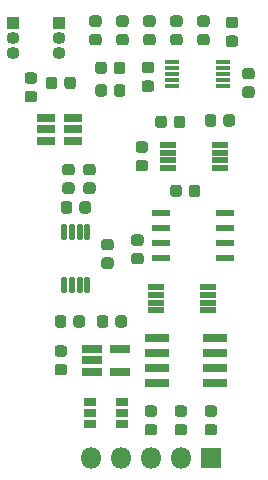
<source format=gbr>
%TF.GenerationSoftware,KiCad,Pcbnew,(5.1.6)-1*%
%TF.CreationDate,2021-06-22T07:45:44-05:00*%
%TF.ProjectId,Sapphire_AnalogMic,53617070-6869-4726-955f-416e616c6f67,rev?*%
%TF.SameCoordinates,Original*%
%TF.FileFunction,Soldermask,Top*%
%TF.FilePolarity,Negative*%
%FSLAX46Y46*%
G04 Gerber Fmt 4.6, Leading zero omitted, Abs format (unit mm)*
G04 Created by KiCad (PCBNEW (5.1.6)-1) date 2021-06-22 07:45:44*
%MOMM*%
%LPD*%
G01*
G04 APERTURE LIST*
%ADD10O,0.549999X1.450000*%
%ADD11R,1.100001X0.699999*%
%ADD12R,2.081200X0.658800*%
%ADD13O,1.100000X1.100000*%
%ADD14R,1.100000X1.100000*%
%ADD15R,1.420800X0.506400*%
%ADD16R,1.560500X0.633400*%
%ADD17R,1.573200X0.658800*%
%ADD18R,1.200000X0.350000*%
%ADD19O,1.800000X1.800000*%
%ADD20R,1.800000X1.800000*%
%ADD21R,1.674800X0.658800*%
G04 APERTURE END LIST*
D10*
%TO.C,U102*%
X117179999Y-117414002D03*
X116529998Y-117414002D03*
X115879999Y-117414002D03*
X115229998Y-117414002D03*
X115229998Y-112964001D03*
X115879999Y-112964001D03*
X116529998Y-112964001D03*
X117179999Y-112964001D03*
%TD*%
%TO.C,C113*%
G36*
G01*
X115216250Y-123525000D02*
X114653750Y-123525000D01*
G75*
G02*
X114410000Y-123281250I0J243750D01*
G01*
X114410000Y-122793750D01*
G75*
G02*
X114653750Y-122550000I243750J0D01*
G01*
X115216250Y-122550000D01*
G75*
G02*
X115460000Y-122793750I0J-243750D01*
G01*
X115460000Y-123281250D01*
G75*
G02*
X115216250Y-123525000I-243750J0D01*
G01*
G37*
G36*
G01*
X115216250Y-125100000D02*
X114653750Y-125100000D01*
G75*
G02*
X114410000Y-124856250I0J243750D01*
G01*
X114410000Y-124368750D01*
G75*
G02*
X114653750Y-124125000I243750J0D01*
G01*
X115216250Y-124125000D01*
G75*
G02*
X115460000Y-124368750I0J-243750D01*
G01*
X115460000Y-124856250D01*
G75*
G02*
X115216250Y-125100000I-243750J0D01*
G01*
G37*
%TD*%
D11*
%TO.C,U109*%
X120119999Y-127319999D03*
X120119999Y-128270000D03*
X120119999Y-129219998D03*
X117369999Y-129219998D03*
X117369999Y-128270000D03*
X117369999Y-127319999D03*
%TD*%
D12*
%TO.C,U108*%
X128003300Y-121920000D03*
X128003300Y-123190000D03*
X128003300Y-124460000D03*
X128003300Y-125730000D03*
X123075700Y-125730000D03*
X123075700Y-124460000D03*
X123075700Y-123190000D03*
X123075700Y-121920000D03*
%TD*%
D13*
%TO.C,J103*%
X110871000Y-97790000D03*
X110871000Y-96520000D03*
D14*
X110871000Y-95250000D03*
%TD*%
D13*
%TO.C,J102*%
X114808000Y-97790000D03*
X114808000Y-96520000D03*
D14*
X114808000Y-95250000D03*
%TD*%
D15*
%TO.C,U101*%
X123012200Y-119593360D03*
X123012200Y-118943120D03*
X123012200Y-118292880D03*
X123012200Y-117642640D03*
X127431800Y-117642640D03*
X127431800Y-118292880D03*
X127431800Y-118943120D03*
X127431800Y-119593360D03*
%TD*%
%TO.C,C105*%
G36*
G01*
X122074250Y-106253000D02*
X121511750Y-106253000D01*
G75*
G02*
X121268000Y-106009250I0J243750D01*
G01*
X121268000Y-105521750D01*
G75*
G02*
X121511750Y-105278000I243750J0D01*
G01*
X122074250Y-105278000D01*
G75*
G02*
X122318000Y-105521750I0J-243750D01*
G01*
X122318000Y-106009250D01*
G75*
G02*
X122074250Y-106253000I-243750J0D01*
G01*
G37*
G36*
G01*
X122074250Y-107828000D02*
X121511750Y-107828000D01*
G75*
G02*
X121268000Y-107584250I0J243750D01*
G01*
X121268000Y-107096750D01*
G75*
G02*
X121511750Y-106853000I243750J0D01*
G01*
X122074250Y-106853000D01*
G75*
G02*
X122318000Y-107096750I0J-243750D01*
G01*
X122318000Y-107584250D01*
G75*
G02*
X122074250Y-107828000I-243750J0D01*
G01*
G37*
%TD*%
D16*
%TO.C,U107*%
X128835150Y-111379000D03*
X128835150Y-112649000D03*
X128835150Y-113919000D03*
X128835150Y-115189000D03*
X123386850Y-115189000D03*
X123386850Y-113919000D03*
X123386850Y-112649000D03*
X123386850Y-111379000D03*
%TD*%
%TO.C,C112*%
G36*
G01*
X121693250Y-114127000D02*
X121130750Y-114127000D01*
G75*
G02*
X120887000Y-113883250I0J243750D01*
G01*
X120887000Y-113395750D01*
G75*
G02*
X121130750Y-113152000I243750J0D01*
G01*
X121693250Y-113152000D01*
G75*
G02*
X121937000Y-113395750I0J-243750D01*
G01*
X121937000Y-113883250D01*
G75*
G02*
X121693250Y-114127000I-243750J0D01*
G01*
G37*
G36*
G01*
X121693250Y-115702000D02*
X121130750Y-115702000D01*
G75*
G02*
X120887000Y-115458250I0J243750D01*
G01*
X120887000Y-114970750D01*
G75*
G02*
X121130750Y-114727000I243750J0D01*
G01*
X121693250Y-114727000D01*
G75*
G02*
X121937000Y-114970750I0J-243750D01*
G01*
X121937000Y-115458250D01*
G75*
G02*
X121693250Y-115702000I-243750J0D01*
G01*
G37*
%TD*%
%TO.C,C110*%
G36*
G01*
X125776000Y-109755250D02*
X125776000Y-109192750D01*
G75*
G02*
X126019750Y-108949000I243750J0D01*
G01*
X126507250Y-108949000D01*
G75*
G02*
X126751000Y-109192750I0J-243750D01*
G01*
X126751000Y-109755250D01*
G75*
G02*
X126507250Y-109999000I-243750J0D01*
G01*
X126019750Y-109999000D01*
G75*
G02*
X125776000Y-109755250I0J243750D01*
G01*
G37*
G36*
G01*
X124201000Y-109755250D02*
X124201000Y-109192750D01*
G75*
G02*
X124444750Y-108949000I243750J0D01*
G01*
X124932250Y-108949000D01*
G75*
G02*
X125176000Y-109192750I0J-243750D01*
G01*
X125176000Y-109755250D01*
G75*
G02*
X124932250Y-109999000I-243750J0D01*
G01*
X124444750Y-109999000D01*
G75*
G02*
X124201000Y-109755250I0J243750D01*
G01*
G37*
%TD*%
D17*
%TO.C,U106*%
X113690400Y-105217001D03*
X113690400Y-104267000D03*
X113690400Y-103316999D03*
X115925600Y-103316999D03*
X115925600Y-104267000D03*
X115925600Y-105217001D03*
%TD*%
%TO.C,R106*%
G36*
G01*
X126718750Y-96185000D02*
X127281250Y-96185000D01*
G75*
G02*
X127525000Y-96428750I0J-243750D01*
G01*
X127525000Y-96916250D01*
G75*
G02*
X127281250Y-97160000I-243750J0D01*
G01*
X126718750Y-97160000D01*
G75*
G02*
X126475000Y-96916250I0J243750D01*
G01*
X126475000Y-96428750D01*
G75*
G02*
X126718750Y-96185000I243750J0D01*
G01*
G37*
G36*
G01*
X126718750Y-94610000D02*
X127281250Y-94610000D01*
G75*
G02*
X127525000Y-94853750I0J-243750D01*
G01*
X127525000Y-95341250D01*
G75*
G02*
X127281250Y-95585000I-243750J0D01*
G01*
X126718750Y-95585000D01*
G75*
G02*
X126475000Y-95341250I0J243750D01*
G01*
X126475000Y-94853750D01*
G75*
G02*
X126718750Y-94610000I243750J0D01*
G01*
G37*
%TD*%
%TO.C,R104*%
G36*
G01*
X122146750Y-96185000D02*
X122709250Y-96185000D01*
G75*
G02*
X122953000Y-96428750I0J-243750D01*
G01*
X122953000Y-96916250D01*
G75*
G02*
X122709250Y-97160000I-243750J0D01*
G01*
X122146750Y-97160000D01*
G75*
G02*
X121903000Y-96916250I0J243750D01*
G01*
X121903000Y-96428750D01*
G75*
G02*
X122146750Y-96185000I243750J0D01*
G01*
G37*
G36*
G01*
X122146750Y-94610000D02*
X122709250Y-94610000D01*
G75*
G02*
X122953000Y-94853750I0J-243750D01*
G01*
X122953000Y-95341250D01*
G75*
G02*
X122709250Y-95585000I-243750J0D01*
G01*
X122146750Y-95585000D01*
G75*
G02*
X121903000Y-95341250I0J243750D01*
G01*
X121903000Y-94853750D01*
G75*
G02*
X122146750Y-94610000I243750J0D01*
G01*
G37*
%TD*%
D18*
%TO.C,U105*%
X128642000Y-98568000D03*
X128642000Y-99068000D03*
X128642000Y-99568000D03*
X128642000Y-100068000D03*
X128642000Y-100568000D03*
X124342000Y-100568000D03*
X124342000Y-100068000D03*
X124342000Y-99568000D03*
X124342000Y-99068000D03*
X124342000Y-98568000D03*
%TD*%
%TO.C,C106*%
G36*
G01*
X115235000Y-100611250D02*
X115235000Y-100048750D01*
G75*
G02*
X115478750Y-99805000I243750J0D01*
G01*
X115966250Y-99805000D01*
G75*
G02*
X116210000Y-100048750I0J-243750D01*
G01*
X116210000Y-100611250D01*
G75*
G02*
X115966250Y-100855000I-243750J0D01*
G01*
X115478750Y-100855000D01*
G75*
G02*
X115235000Y-100611250I0J243750D01*
G01*
G37*
G36*
G01*
X113660000Y-100611250D02*
X113660000Y-100048750D01*
G75*
G02*
X113903750Y-99805000I243750J0D01*
G01*
X114391250Y-99805000D01*
G75*
G02*
X114635000Y-100048750I0J-243750D01*
G01*
X114635000Y-100611250D01*
G75*
G02*
X114391250Y-100855000I-243750J0D01*
G01*
X113903750Y-100855000D01*
G75*
G02*
X113660000Y-100611250I0J243750D01*
G01*
G37*
%TD*%
%TO.C,R115*%
G36*
G01*
X129131750Y-96312000D02*
X129694250Y-96312000D01*
G75*
G02*
X129938000Y-96555750I0J-243750D01*
G01*
X129938000Y-97043250D01*
G75*
G02*
X129694250Y-97287000I-243750J0D01*
G01*
X129131750Y-97287000D01*
G75*
G02*
X128888000Y-97043250I0J243750D01*
G01*
X128888000Y-96555750D01*
G75*
G02*
X129131750Y-96312000I243750J0D01*
G01*
G37*
G36*
G01*
X129131750Y-94737000D02*
X129694250Y-94737000D01*
G75*
G02*
X129938000Y-94980750I0J-243750D01*
G01*
X129938000Y-95468250D01*
G75*
G02*
X129694250Y-95712000I-243750J0D01*
G01*
X129131750Y-95712000D01*
G75*
G02*
X128888000Y-95468250I0J243750D01*
G01*
X128888000Y-94980750D01*
G75*
G02*
X129131750Y-94737000I243750J0D01*
G01*
G37*
%TD*%
%TO.C,R114*%
G36*
G01*
X124432750Y-96185000D02*
X124995250Y-96185000D01*
G75*
G02*
X125239000Y-96428750I0J-243750D01*
G01*
X125239000Y-96916250D01*
G75*
G02*
X124995250Y-97160000I-243750J0D01*
G01*
X124432750Y-97160000D01*
G75*
G02*
X124189000Y-96916250I0J243750D01*
G01*
X124189000Y-96428750D01*
G75*
G02*
X124432750Y-96185000I243750J0D01*
G01*
G37*
G36*
G01*
X124432750Y-94610000D02*
X124995250Y-94610000D01*
G75*
G02*
X125239000Y-94853750I0J-243750D01*
G01*
X125239000Y-95341250D01*
G75*
G02*
X124995250Y-95585000I-243750J0D01*
G01*
X124432750Y-95585000D01*
G75*
G02*
X124189000Y-95341250I0J243750D01*
G01*
X124189000Y-94853750D01*
G75*
G02*
X124432750Y-94610000I243750J0D01*
G01*
G37*
%TD*%
%TO.C,R113*%
G36*
G01*
X119860750Y-96185000D02*
X120423250Y-96185000D01*
G75*
G02*
X120667000Y-96428750I0J-243750D01*
G01*
X120667000Y-96916250D01*
G75*
G02*
X120423250Y-97160000I-243750J0D01*
G01*
X119860750Y-97160000D01*
G75*
G02*
X119617000Y-96916250I0J243750D01*
G01*
X119617000Y-96428750D01*
G75*
G02*
X119860750Y-96185000I243750J0D01*
G01*
G37*
G36*
G01*
X119860750Y-94610000D02*
X120423250Y-94610000D01*
G75*
G02*
X120667000Y-94853750I0J-243750D01*
G01*
X120667000Y-95341250D01*
G75*
G02*
X120423250Y-95585000I-243750J0D01*
G01*
X119860750Y-95585000D01*
G75*
G02*
X119617000Y-95341250I0J243750D01*
G01*
X119617000Y-94853750D01*
G75*
G02*
X119860750Y-94610000I243750J0D01*
G01*
G37*
%TD*%
%TO.C,R112*%
G36*
G01*
X118137250Y-95585000D02*
X117574750Y-95585000D01*
G75*
G02*
X117331000Y-95341250I0J243750D01*
G01*
X117331000Y-94853750D01*
G75*
G02*
X117574750Y-94610000I243750J0D01*
G01*
X118137250Y-94610000D01*
G75*
G02*
X118381000Y-94853750I0J-243750D01*
G01*
X118381000Y-95341250D01*
G75*
G02*
X118137250Y-95585000I-243750J0D01*
G01*
G37*
G36*
G01*
X118137250Y-97160000D02*
X117574750Y-97160000D01*
G75*
G02*
X117331000Y-96916250I0J243750D01*
G01*
X117331000Y-96428750D01*
G75*
G02*
X117574750Y-96185000I243750J0D01*
G01*
X118137250Y-96185000D01*
G75*
G02*
X118381000Y-96428750I0J-243750D01*
G01*
X118381000Y-96916250D01*
G75*
G02*
X118137250Y-97160000I-243750J0D01*
G01*
G37*
%TD*%
%TO.C,R110*%
G36*
G01*
X118826000Y-100683750D02*
X118826000Y-101246250D01*
G75*
G02*
X118582250Y-101490000I-243750J0D01*
G01*
X118094750Y-101490000D01*
G75*
G02*
X117851000Y-101246250I0J243750D01*
G01*
X117851000Y-100683750D01*
G75*
G02*
X118094750Y-100440000I243750J0D01*
G01*
X118582250Y-100440000D01*
G75*
G02*
X118826000Y-100683750I0J-243750D01*
G01*
G37*
G36*
G01*
X120401000Y-100683750D02*
X120401000Y-101246250D01*
G75*
G02*
X120157250Y-101490000I-243750J0D01*
G01*
X119669750Y-101490000D01*
G75*
G02*
X119426000Y-101246250I0J243750D01*
G01*
X119426000Y-100683750D01*
G75*
G02*
X119669750Y-100440000I243750J0D01*
G01*
X120157250Y-100440000D01*
G75*
G02*
X120401000Y-100683750I0J-243750D01*
G01*
G37*
%TD*%
%TO.C,R109*%
G36*
G01*
X118826000Y-98778750D02*
X118826000Y-99341250D01*
G75*
G02*
X118582250Y-99585000I-243750J0D01*
G01*
X118094750Y-99585000D01*
G75*
G02*
X117851000Y-99341250I0J243750D01*
G01*
X117851000Y-98778750D01*
G75*
G02*
X118094750Y-98535000I243750J0D01*
G01*
X118582250Y-98535000D01*
G75*
G02*
X118826000Y-98778750I0J-243750D01*
G01*
G37*
G36*
G01*
X120401000Y-98778750D02*
X120401000Y-99341250D01*
G75*
G02*
X120157250Y-99585000I-243750J0D01*
G01*
X119669750Y-99585000D01*
G75*
G02*
X119426000Y-99341250I0J243750D01*
G01*
X119426000Y-98778750D01*
G75*
G02*
X119669750Y-98535000I243750J0D01*
G01*
X120157250Y-98535000D01*
G75*
G02*
X120401000Y-98778750I0J-243750D01*
G01*
G37*
%TD*%
%TO.C,R105*%
G36*
G01*
X112676250Y-100411000D02*
X112113750Y-100411000D01*
G75*
G02*
X111870000Y-100167250I0J243750D01*
G01*
X111870000Y-99679750D01*
G75*
G02*
X112113750Y-99436000I243750J0D01*
G01*
X112676250Y-99436000D01*
G75*
G02*
X112920000Y-99679750I0J-243750D01*
G01*
X112920000Y-100167250D01*
G75*
G02*
X112676250Y-100411000I-243750J0D01*
G01*
G37*
G36*
G01*
X112676250Y-101986000D02*
X112113750Y-101986000D01*
G75*
G02*
X111870000Y-101742250I0J243750D01*
G01*
X111870000Y-101254750D01*
G75*
G02*
X112113750Y-101011000I243750J0D01*
G01*
X112676250Y-101011000D01*
G75*
G02*
X112920000Y-101254750I0J-243750D01*
G01*
X112920000Y-101742250D01*
G75*
G02*
X112676250Y-101986000I-243750J0D01*
G01*
G37*
%TD*%
%TO.C,R103*%
G36*
G01*
X119153250Y-114508000D02*
X118590750Y-114508000D01*
G75*
G02*
X118347000Y-114264250I0J243750D01*
G01*
X118347000Y-113776750D01*
G75*
G02*
X118590750Y-113533000I243750J0D01*
G01*
X119153250Y-113533000D01*
G75*
G02*
X119397000Y-113776750I0J-243750D01*
G01*
X119397000Y-114264250D01*
G75*
G02*
X119153250Y-114508000I-243750J0D01*
G01*
G37*
G36*
G01*
X119153250Y-116083000D02*
X118590750Y-116083000D01*
G75*
G02*
X118347000Y-115839250I0J243750D01*
G01*
X118347000Y-115351750D01*
G75*
G02*
X118590750Y-115108000I243750J0D01*
G01*
X119153250Y-115108000D01*
G75*
G02*
X119397000Y-115351750I0J-243750D01*
G01*
X119397000Y-115839250D01*
G75*
G02*
X119153250Y-116083000I-243750J0D01*
G01*
G37*
%TD*%
%TO.C,R102*%
G36*
G01*
X117629250Y-108158000D02*
X117066750Y-108158000D01*
G75*
G02*
X116823000Y-107914250I0J243750D01*
G01*
X116823000Y-107426750D01*
G75*
G02*
X117066750Y-107183000I243750J0D01*
G01*
X117629250Y-107183000D01*
G75*
G02*
X117873000Y-107426750I0J-243750D01*
G01*
X117873000Y-107914250D01*
G75*
G02*
X117629250Y-108158000I-243750J0D01*
G01*
G37*
G36*
G01*
X117629250Y-109733000D02*
X117066750Y-109733000D01*
G75*
G02*
X116823000Y-109489250I0J243750D01*
G01*
X116823000Y-109001750D01*
G75*
G02*
X117066750Y-108758000I243750J0D01*
G01*
X117629250Y-108758000D01*
G75*
G02*
X117873000Y-109001750I0J-243750D01*
G01*
X117873000Y-109489250D01*
G75*
G02*
X117629250Y-109733000I-243750J0D01*
G01*
G37*
%TD*%
%TO.C,R101*%
G36*
G01*
X115851250Y-108158000D02*
X115288750Y-108158000D01*
G75*
G02*
X115045000Y-107914250I0J243750D01*
G01*
X115045000Y-107426750D01*
G75*
G02*
X115288750Y-107183000I243750J0D01*
G01*
X115851250Y-107183000D01*
G75*
G02*
X116095000Y-107426750I0J-243750D01*
G01*
X116095000Y-107914250D01*
G75*
G02*
X115851250Y-108158000I-243750J0D01*
G01*
G37*
G36*
G01*
X115851250Y-109733000D02*
X115288750Y-109733000D01*
G75*
G02*
X115045000Y-109489250I0J243750D01*
G01*
X115045000Y-109001750D01*
G75*
G02*
X115288750Y-108758000I243750J0D01*
G01*
X115851250Y-108758000D01*
G75*
G02*
X116095000Y-109001750I0J-243750D01*
G01*
X116095000Y-109489250D01*
G75*
G02*
X115851250Y-109733000I-243750J0D01*
G01*
G37*
%TD*%
%TO.C,FB102*%
G36*
G01*
X122273750Y-129205000D02*
X122836250Y-129205000D01*
G75*
G02*
X123080000Y-129448750I0J-243750D01*
G01*
X123080000Y-129936250D01*
G75*
G02*
X122836250Y-130180000I-243750J0D01*
G01*
X122273750Y-130180000D01*
G75*
G02*
X122030000Y-129936250I0J243750D01*
G01*
X122030000Y-129448750D01*
G75*
G02*
X122273750Y-129205000I243750J0D01*
G01*
G37*
G36*
G01*
X122273750Y-127630000D02*
X122836250Y-127630000D01*
G75*
G02*
X123080000Y-127873750I0J-243750D01*
G01*
X123080000Y-128361250D01*
G75*
G02*
X122836250Y-128605000I-243750J0D01*
G01*
X122273750Y-128605000D01*
G75*
G02*
X122030000Y-128361250I0J243750D01*
G01*
X122030000Y-127873750D01*
G75*
G02*
X122273750Y-127630000I243750J0D01*
G01*
G37*
%TD*%
%TO.C,FB101*%
G36*
G01*
X127353750Y-129205000D02*
X127916250Y-129205000D01*
G75*
G02*
X128160000Y-129448750I0J-243750D01*
G01*
X128160000Y-129936250D01*
G75*
G02*
X127916250Y-130180000I-243750J0D01*
G01*
X127353750Y-130180000D01*
G75*
G02*
X127110000Y-129936250I0J243750D01*
G01*
X127110000Y-129448750D01*
G75*
G02*
X127353750Y-129205000I243750J0D01*
G01*
G37*
G36*
G01*
X127353750Y-127630000D02*
X127916250Y-127630000D01*
G75*
G02*
X128160000Y-127873750I0J-243750D01*
G01*
X128160000Y-128361250D01*
G75*
G02*
X127916250Y-128605000I-243750J0D01*
G01*
X127353750Y-128605000D01*
G75*
G02*
X127110000Y-128361250I0J243750D01*
G01*
X127110000Y-127873750D01*
G75*
G02*
X127353750Y-127630000I243750J0D01*
G01*
G37*
%TD*%
%TO.C,C111*%
G36*
G01*
X124506000Y-103913250D02*
X124506000Y-103350750D01*
G75*
G02*
X124749750Y-103107000I243750J0D01*
G01*
X125237250Y-103107000D01*
G75*
G02*
X125481000Y-103350750I0J-243750D01*
G01*
X125481000Y-103913250D01*
G75*
G02*
X125237250Y-104157000I-243750J0D01*
G01*
X124749750Y-104157000D01*
G75*
G02*
X124506000Y-103913250I0J243750D01*
G01*
G37*
G36*
G01*
X122931000Y-103913250D02*
X122931000Y-103350750D01*
G75*
G02*
X123174750Y-103107000I243750J0D01*
G01*
X123662250Y-103107000D01*
G75*
G02*
X123906000Y-103350750I0J-243750D01*
G01*
X123906000Y-103913250D01*
G75*
G02*
X123662250Y-104157000I-243750J0D01*
G01*
X123174750Y-104157000D01*
G75*
G02*
X122931000Y-103913250I0J243750D01*
G01*
G37*
%TD*%
%TO.C,C109*%
G36*
G01*
X130528750Y-100630000D02*
X131091250Y-100630000D01*
G75*
G02*
X131335000Y-100873750I0J-243750D01*
G01*
X131335000Y-101361250D01*
G75*
G02*
X131091250Y-101605000I-243750J0D01*
G01*
X130528750Y-101605000D01*
G75*
G02*
X130285000Y-101361250I0J243750D01*
G01*
X130285000Y-100873750D01*
G75*
G02*
X130528750Y-100630000I243750J0D01*
G01*
G37*
G36*
G01*
X130528750Y-99055000D02*
X131091250Y-99055000D01*
G75*
G02*
X131335000Y-99298750I0J-243750D01*
G01*
X131335000Y-99786250D01*
G75*
G02*
X131091250Y-100030000I-243750J0D01*
G01*
X130528750Y-100030000D01*
G75*
G02*
X130285000Y-99786250I0J243750D01*
G01*
X130285000Y-99298750D01*
G75*
G02*
X130528750Y-99055000I243750J0D01*
G01*
G37*
%TD*%
%TO.C,C108*%
G36*
G01*
X128097000Y-103223750D02*
X128097000Y-103786250D01*
G75*
G02*
X127853250Y-104030000I-243750J0D01*
G01*
X127365750Y-104030000D01*
G75*
G02*
X127122000Y-103786250I0J243750D01*
G01*
X127122000Y-103223750D01*
G75*
G02*
X127365750Y-102980000I243750J0D01*
G01*
X127853250Y-102980000D01*
G75*
G02*
X128097000Y-103223750I0J-243750D01*
G01*
G37*
G36*
G01*
X129672000Y-103223750D02*
X129672000Y-103786250D01*
G75*
G02*
X129428250Y-104030000I-243750J0D01*
G01*
X128940750Y-104030000D01*
G75*
G02*
X128697000Y-103786250I0J243750D01*
G01*
X128697000Y-103223750D01*
G75*
G02*
X128940750Y-102980000I243750J0D01*
G01*
X129428250Y-102980000D01*
G75*
G02*
X129672000Y-103223750I0J-243750D01*
G01*
G37*
%TD*%
%TO.C,C107*%
G36*
G01*
X122019750Y-100122000D02*
X122582250Y-100122000D01*
G75*
G02*
X122826000Y-100365750I0J-243750D01*
G01*
X122826000Y-100853250D01*
G75*
G02*
X122582250Y-101097000I-243750J0D01*
G01*
X122019750Y-101097000D01*
G75*
G02*
X121776000Y-100853250I0J243750D01*
G01*
X121776000Y-100365750D01*
G75*
G02*
X122019750Y-100122000I243750J0D01*
G01*
G37*
G36*
G01*
X122019750Y-98547000D02*
X122582250Y-98547000D01*
G75*
G02*
X122826000Y-98790750I0J-243750D01*
G01*
X122826000Y-99278250D01*
G75*
G02*
X122582250Y-99522000I-243750J0D01*
G01*
X122019750Y-99522000D01*
G75*
G02*
X121776000Y-99278250I0J243750D01*
G01*
X121776000Y-98790750D01*
G75*
G02*
X122019750Y-98547000I243750J0D01*
G01*
G37*
%TD*%
%TO.C,C104*%
G36*
G01*
X115997000Y-120804250D02*
X115997000Y-120241750D01*
G75*
G02*
X116240750Y-119998000I243750J0D01*
G01*
X116728250Y-119998000D01*
G75*
G02*
X116972000Y-120241750I0J-243750D01*
G01*
X116972000Y-120804250D01*
G75*
G02*
X116728250Y-121048000I-243750J0D01*
G01*
X116240750Y-121048000D01*
G75*
G02*
X115997000Y-120804250I0J243750D01*
G01*
G37*
G36*
G01*
X114422000Y-120804250D02*
X114422000Y-120241750D01*
G75*
G02*
X114665750Y-119998000I243750J0D01*
G01*
X115153250Y-119998000D01*
G75*
G02*
X115397000Y-120241750I0J-243750D01*
G01*
X115397000Y-120804250D01*
G75*
G02*
X115153250Y-121048000I-243750J0D01*
G01*
X114665750Y-121048000D01*
G75*
G02*
X114422000Y-120804250I0J243750D01*
G01*
G37*
%TD*%
%TO.C,C103*%
G36*
G01*
X119553000Y-120804250D02*
X119553000Y-120241750D01*
G75*
G02*
X119796750Y-119998000I243750J0D01*
G01*
X120284250Y-119998000D01*
G75*
G02*
X120528000Y-120241750I0J-243750D01*
G01*
X120528000Y-120804250D01*
G75*
G02*
X120284250Y-121048000I-243750J0D01*
G01*
X119796750Y-121048000D01*
G75*
G02*
X119553000Y-120804250I0J243750D01*
G01*
G37*
G36*
G01*
X117978000Y-120804250D02*
X117978000Y-120241750D01*
G75*
G02*
X118221750Y-119998000I243750J0D01*
G01*
X118709250Y-119998000D01*
G75*
G02*
X118953000Y-120241750I0J-243750D01*
G01*
X118953000Y-120804250D01*
G75*
G02*
X118709250Y-121048000I-243750J0D01*
G01*
X118221750Y-121048000D01*
G75*
G02*
X117978000Y-120804250I0J243750D01*
G01*
G37*
%TD*%
%TO.C,C102*%
G36*
G01*
X125376250Y-128605000D02*
X124813750Y-128605000D01*
G75*
G02*
X124570000Y-128361250I0J243750D01*
G01*
X124570000Y-127873750D01*
G75*
G02*
X124813750Y-127630000I243750J0D01*
G01*
X125376250Y-127630000D01*
G75*
G02*
X125620000Y-127873750I0J-243750D01*
G01*
X125620000Y-128361250D01*
G75*
G02*
X125376250Y-128605000I-243750J0D01*
G01*
G37*
G36*
G01*
X125376250Y-130180000D02*
X124813750Y-130180000D01*
G75*
G02*
X124570000Y-129936250I0J243750D01*
G01*
X124570000Y-129448750D01*
G75*
G02*
X124813750Y-129205000I243750J0D01*
G01*
X125376250Y-129205000D01*
G75*
G02*
X125620000Y-129448750I0J-243750D01*
G01*
X125620000Y-129936250D01*
G75*
G02*
X125376250Y-130180000I-243750J0D01*
G01*
G37*
%TD*%
%TO.C,C101*%
G36*
G01*
X116505000Y-111152250D02*
X116505000Y-110589750D01*
G75*
G02*
X116748750Y-110346000I243750J0D01*
G01*
X117236250Y-110346000D01*
G75*
G02*
X117480000Y-110589750I0J-243750D01*
G01*
X117480000Y-111152250D01*
G75*
G02*
X117236250Y-111396000I-243750J0D01*
G01*
X116748750Y-111396000D01*
G75*
G02*
X116505000Y-111152250I0J243750D01*
G01*
G37*
G36*
G01*
X114930000Y-111152250D02*
X114930000Y-110589750D01*
G75*
G02*
X115173750Y-110346000I243750J0D01*
G01*
X115661250Y-110346000D01*
G75*
G02*
X115905000Y-110589750I0J-243750D01*
G01*
X115905000Y-111152250D01*
G75*
G02*
X115661250Y-111396000I-243750J0D01*
G01*
X115173750Y-111396000D01*
G75*
G02*
X114930000Y-111152250I0J243750D01*
G01*
G37*
%TD*%
D19*
%TO.C,J101*%
X117475000Y-132080000D03*
X120015000Y-132080000D03*
X122555000Y-132080000D03*
X125095000Y-132080000D03*
D20*
X127635000Y-132080000D03*
%TD*%
D15*
%TO.C,U104*%
X128447800Y-105577640D03*
X128447800Y-106227880D03*
X128447800Y-106878120D03*
X128447800Y-107528360D03*
X124028200Y-107528360D03*
X124028200Y-106878120D03*
X124028200Y-106227880D03*
X124028200Y-105577640D03*
%TD*%
D21*
%TO.C,U103*%
X119913400Y-122874999D03*
X119913400Y-124775001D03*
X117576600Y-124775001D03*
X117576600Y-123825000D03*
X117576600Y-122874999D03*
%TD*%
M02*

</source>
